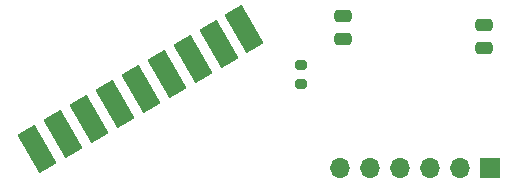
<source format=gbr>
%TF.GenerationSoftware,KiCad,Pcbnew,(6.0.2)*%
%TF.CreationDate,2022-06-07T19:59:31+02:00*%
%TF.ProjectId,cup_connect,6375705f-636f-46e6-9e65-63742e6b6963,rev?*%
%TF.SameCoordinates,Original*%
%TF.FileFunction,Soldermask,Top*%
%TF.FilePolarity,Negative*%
%FSLAX46Y46*%
G04 Gerber Fmt 4.6, Leading zero omitted, Abs format (unit mm)*
G04 Created by KiCad (PCBNEW (6.0.2)) date 2022-06-07 19:59:31*
%MOMM*%
%LPD*%
G01*
G04 APERTURE LIST*
G04 Aperture macros list*
%AMRoundRect*
0 Rectangle with rounded corners*
0 $1 Rounding radius*
0 $2 $3 $4 $5 $6 $7 $8 $9 X,Y pos of 4 corners*
0 Add a 4 corners polygon primitive as box body*
4,1,4,$2,$3,$4,$5,$6,$7,$8,$9,$2,$3,0*
0 Add four circle primitives for the rounded corners*
1,1,$1+$1,$2,$3*
1,1,$1+$1,$4,$5*
1,1,$1+$1,$6,$7*
1,1,$1+$1,$8,$9*
0 Add four rect primitives between the rounded corners*
20,1,$1+$1,$2,$3,$4,$5,0*
20,1,$1+$1,$4,$5,$6,$7,0*
20,1,$1+$1,$6,$7,$8,$9,0*
20,1,$1+$1,$8,$9,$2,$3,0*%
%AMRotRect*
0 Rectangle, with rotation*
0 The origin of the aperture is its center*
0 $1 length*
0 $2 width*
0 $3 Rotation angle, in degrees counterclockwise*
0 Add horizontal line*
21,1,$1,$2,0,0,$3*%
G04 Aperture macros list end*
%ADD10RoundRect,0.250000X0.475000X-0.250000X0.475000X0.250000X-0.475000X0.250000X-0.475000X-0.250000X0*%
%ADD11R,1.700000X1.700000*%
%ADD12O,1.700000X1.700000*%
%ADD13RoundRect,0.200000X0.275000X-0.200000X0.275000X0.200000X-0.275000X0.200000X-0.275000X-0.200000X0*%
%ADD14RotRect,3.750000X1.700000X120.000000*%
G04 APERTURE END LIST*
D10*
%TO.C,C2*%
X-6096000Y-13208000D03*
X-6096000Y-11308000D03*
%TD*%
%TO.C,C1*%
X5842000Y-13970000D03*
X5842000Y-12070000D03*
%TD*%
D11*
%TO.C,J2*%
X6325000Y-24130000D03*
D12*
X3785000Y-24130000D03*
X1245000Y-24130000D03*
X-1295000Y-24130000D03*
X-3835000Y-24130000D03*
X-6375000Y-24130000D03*
%TD*%
D13*
%TO.C,R1*%
X-9652000Y-17081000D03*
X-9652000Y-15431000D03*
%TD*%
D14*
%TO.C,J1*%
X-32029651Y-22543017D03*
X-29805947Y-21314586D03*
X-27606242Y-20044586D03*
X-25406538Y-18774586D03*
X-23206833Y-17504586D03*
X-21007128Y-16234586D03*
X-18807424Y-14964586D03*
X-16607719Y-13694586D03*
X-14432015Y-12383017D03*
%TD*%
M02*

</source>
